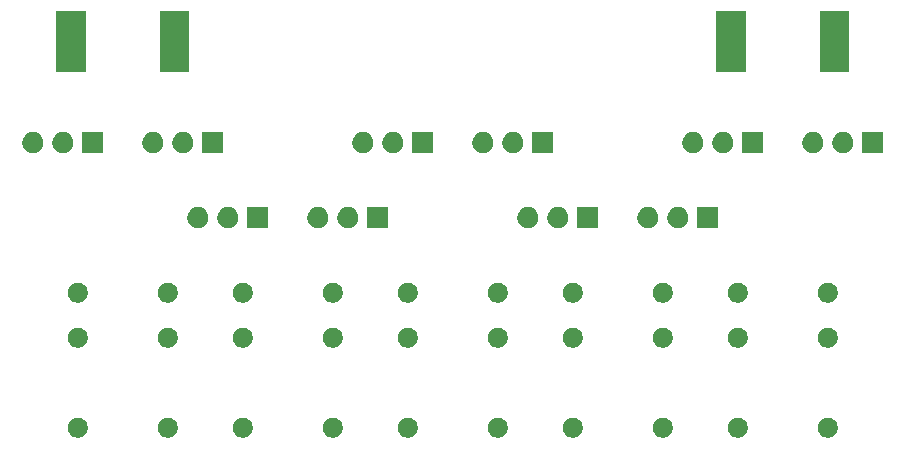
<source format=gbr>
G04 #@! TF.GenerationSoftware,KiCad,Pcbnew,(5.1.5-0)*
G04 #@! TF.CreationDate,2020-04-02T18:54:50-07:00*
G04 #@! TF.ProjectId,Attenuator,41747465-6e75-4617-946f-722e6b696361,rev?*
G04 #@! TF.SameCoordinates,Original*
G04 #@! TF.FileFunction,Soldermask,Bot*
G04 #@! TF.FilePolarity,Negative*
%FSLAX46Y46*%
G04 Gerber Fmt 4.6, Leading zero omitted, Abs format (unit mm)*
G04 Created by KiCad (PCBNEW (5.1.5-0)) date 2020-04-02 18:54:50*
%MOMM*%
%LPD*%
G04 APERTURE LIST*
%ADD10C,0.100000*%
G04 APERTURE END LIST*
D10*
G36*
X150108228Y-85541703D02*
G01*
X150263100Y-85605853D01*
X150402481Y-85698985D01*
X150521015Y-85817519D01*
X150614147Y-85956900D01*
X150678297Y-86111772D01*
X150711000Y-86276184D01*
X150711000Y-86443816D01*
X150678297Y-86608228D01*
X150614147Y-86763100D01*
X150521015Y-86902481D01*
X150402481Y-87021015D01*
X150263100Y-87114147D01*
X150108228Y-87178297D01*
X149943816Y-87211000D01*
X149776184Y-87211000D01*
X149611772Y-87178297D01*
X149456900Y-87114147D01*
X149317519Y-87021015D01*
X149198985Y-86902481D01*
X149105853Y-86763100D01*
X149041703Y-86608228D01*
X149009000Y-86443816D01*
X149009000Y-86276184D01*
X149041703Y-86111772D01*
X149105853Y-85956900D01*
X149198985Y-85817519D01*
X149317519Y-85698985D01*
X149456900Y-85605853D01*
X149611772Y-85541703D01*
X149776184Y-85509000D01*
X149943816Y-85509000D01*
X150108228Y-85541703D01*
G37*
G36*
X142488228Y-85541703D02*
G01*
X142643100Y-85605853D01*
X142782481Y-85698985D01*
X142901015Y-85817519D01*
X142994147Y-85956900D01*
X143058297Y-86111772D01*
X143091000Y-86276184D01*
X143091000Y-86443816D01*
X143058297Y-86608228D01*
X142994147Y-86763100D01*
X142901015Y-86902481D01*
X142782481Y-87021015D01*
X142643100Y-87114147D01*
X142488228Y-87178297D01*
X142323816Y-87211000D01*
X142156184Y-87211000D01*
X141991772Y-87178297D01*
X141836900Y-87114147D01*
X141697519Y-87021015D01*
X141578985Y-86902481D01*
X141485853Y-86763100D01*
X141421703Y-86608228D01*
X141389000Y-86443816D01*
X141389000Y-86276184D01*
X141421703Y-86111772D01*
X141485853Y-85956900D01*
X141578985Y-85817519D01*
X141697519Y-85698985D01*
X141836900Y-85605853D01*
X141991772Y-85541703D01*
X142156184Y-85509000D01*
X142323816Y-85509000D01*
X142488228Y-85541703D01*
G37*
G36*
X136138228Y-85541703D02*
G01*
X136293100Y-85605853D01*
X136432481Y-85698985D01*
X136551015Y-85817519D01*
X136644147Y-85956900D01*
X136708297Y-86111772D01*
X136741000Y-86276184D01*
X136741000Y-86443816D01*
X136708297Y-86608228D01*
X136644147Y-86763100D01*
X136551015Y-86902481D01*
X136432481Y-87021015D01*
X136293100Y-87114147D01*
X136138228Y-87178297D01*
X135973816Y-87211000D01*
X135806184Y-87211000D01*
X135641772Y-87178297D01*
X135486900Y-87114147D01*
X135347519Y-87021015D01*
X135228985Y-86902481D01*
X135135853Y-86763100D01*
X135071703Y-86608228D01*
X135039000Y-86443816D01*
X135039000Y-86276184D01*
X135071703Y-86111772D01*
X135135853Y-85956900D01*
X135228985Y-85817519D01*
X135347519Y-85698985D01*
X135486900Y-85605853D01*
X135641772Y-85541703D01*
X135806184Y-85509000D01*
X135973816Y-85509000D01*
X136138228Y-85541703D01*
G37*
G36*
X128518228Y-85541703D02*
G01*
X128673100Y-85605853D01*
X128812481Y-85698985D01*
X128931015Y-85817519D01*
X129024147Y-85956900D01*
X129088297Y-86111772D01*
X129121000Y-86276184D01*
X129121000Y-86443816D01*
X129088297Y-86608228D01*
X129024147Y-86763100D01*
X128931015Y-86902481D01*
X128812481Y-87021015D01*
X128673100Y-87114147D01*
X128518228Y-87178297D01*
X128353816Y-87211000D01*
X128186184Y-87211000D01*
X128021772Y-87178297D01*
X127866900Y-87114147D01*
X127727519Y-87021015D01*
X127608985Y-86902481D01*
X127515853Y-86763100D01*
X127451703Y-86608228D01*
X127419000Y-86443816D01*
X127419000Y-86276184D01*
X127451703Y-86111772D01*
X127515853Y-85956900D01*
X127608985Y-85817519D01*
X127727519Y-85698985D01*
X127866900Y-85605853D01*
X128021772Y-85541703D01*
X128186184Y-85509000D01*
X128353816Y-85509000D01*
X128518228Y-85541703D01*
G37*
G36*
X122168228Y-85541703D02*
G01*
X122323100Y-85605853D01*
X122462481Y-85698985D01*
X122581015Y-85817519D01*
X122674147Y-85956900D01*
X122738297Y-86111772D01*
X122771000Y-86276184D01*
X122771000Y-86443816D01*
X122738297Y-86608228D01*
X122674147Y-86763100D01*
X122581015Y-86902481D01*
X122462481Y-87021015D01*
X122323100Y-87114147D01*
X122168228Y-87178297D01*
X122003816Y-87211000D01*
X121836184Y-87211000D01*
X121671772Y-87178297D01*
X121516900Y-87114147D01*
X121377519Y-87021015D01*
X121258985Y-86902481D01*
X121165853Y-86763100D01*
X121101703Y-86608228D01*
X121069000Y-86443816D01*
X121069000Y-86276184D01*
X121101703Y-86111772D01*
X121165853Y-85956900D01*
X121258985Y-85817519D01*
X121377519Y-85698985D01*
X121516900Y-85605853D01*
X121671772Y-85541703D01*
X121836184Y-85509000D01*
X122003816Y-85509000D01*
X122168228Y-85541703D01*
G37*
G36*
X114548228Y-85541703D02*
G01*
X114703100Y-85605853D01*
X114842481Y-85698985D01*
X114961015Y-85817519D01*
X115054147Y-85956900D01*
X115118297Y-86111772D01*
X115151000Y-86276184D01*
X115151000Y-86443816D01*
X115118297Y-86608228D01*
X115054147Y-86763100D01*
X114961015Y-86902481D01*
X114842481Y-87021015D01*
X114703100Y-87114147D01*
X114548228Y-87178297D01*
X114383816Y-87211000D01*
X114216184Y-87211000D01*
X114051772Y-87178297D01*
X113896900Y-87114147D01*
X113757519Y-87021015D01*
X113638985Y-86902481D01*
X113545853Y-86763100D01*
X113481703Y-86608228D01*
X113449000Y-86443816D01*
X113449000Y-86276184D01*
X113481703Y-86111772D01*
X113545853Y-85956900D01*
X113638985Y-85817519D01*
X113757519Y-85698985D01*
X113896900Y-85605853D01*
X114051772Y-85541703D01*
X114216184Y-85509000D01*
X114383816Y-85509000D01*
X114548228Y-85541703D01*
G37*
G36*
X108198228Y-85541703D02*
G01*
X108353100Y-85605853D01*
X108492481Y-85698985D01*
X108611015Y-85817519D01*
X108704147Y-85956900D01*
X108768297Y-86111772D01*
X108801000Y-86276184D01*
X108801000Y-86443816D01*
X108768297Y-86608228D01*
X108704147Y-86763100D01*
X108611015Y-86902481D01*
X108492481Y-87021015D01*
X108353100Y-87114147D01*
X108198228Y-87178297D01*
X108033816Y-87211000D01*
X107866184Y-87211000D01*
X107701772Y-87178297D01*
X107546900Y-87114147D01*
X107407519Y-87021015D01*
X107288985Y-86902481D01*
X107195853Y-86763100D01*
X107131703Y-86608228D01*
X107099000Y-86443816D01*
X107099000Y-86276184D01*
X107131703Y-86111772D01*
X107195853Y-85956900D01*
X107288985Y-85817519D01*
X107407519Y-85698985D01*
X107546900Y-85605853D01*
X107701772Y-85541703D01*
X107866184Y-85509000D01*
X108033816Y-85509000D01*
X108198228Y-85541703D01*
G37*
G36*
X100578228Y-85541703D02*
G01*
X100733100Y-85605853D01*
X100872481Y-85698985D01*
X100991015Y-85817519D01*
X101084147Y-85956900D01*
X101148297Y-86111772D01*
X101181000Y-86276184D01*
X101181000Y-86443816D01*
X101148297Y-86608228D01*
X101084147Y-86763100D01*
X100991015Y-86902481D01*
X100872481Y-87021015D01*
X100733100Y-87114147D01*
X100578228Y-87178297D01*
X100413816Y-87211000D01*
X100246184Y-87211000D01*
X100081772Y-87178297D01*
X99926900Y-87114147D01*
X99787519Y-87021015D01*
X99668985Y-86902481D01*
X99575853Y-86763100D01*
X99511703Y-86608228D01*
X99479000Y-86443816D01*
X99479000Y-86276184D01*
X99511703Y-86111772D01*
X99575853Y-85956900D01*
X99668985Y-85817519D01*
X99787519Y-85698985D01*
X99926900Y-85605853D01*
X100081772Y-85541703D01*
X100246184Y-85509000D01*
X100413816Y-85509000D01*
X100578228Y-85541703D01*
G37*
G36*
X94228228Y-85541703D02*
G01*
X94383100Y-85605853D01*
X94522481Y-85698985D01*
X94641015Y-85817519D01*
X94734147Y-85956900D01*
X94798297Y-86111772D01*
X94831000Y-86276184D01*
X94831000Y-86443816D01*
X94798297Y-86608228D01*
X94734147Y-86763100D01*
X94641015Y-86902481D01*
X94522481Y-87021015D01*
X94383100Y-87114147D01*
X94228228Y-87178297D01*
X94063816Y-87211000D01*
X93896184Y-87211000D01*
X93731772Y-87178297D01*
X93576900Y-87114147D01*
X93437519Y-87021015D01*
X93318985Y-86902481D01*
X93225853Y-86763100D01*
X93161703Y-86608228D01*
X93129000Y-86443816D01*
X93129000Y-86276184D01*
X93161703Y-86111772D01*
X93225853Y-85956900D01*
X93318985Y-85817519D01*
X93437519Y-85698985D01*
X93576900Y-85605853D01*
X93731772Y-85541703D01*
X93896184Y-85509000D01*
X94063816Y-85509000D01*
X94228228Y-85541703D01*
G37*
G36*
X86608228Y-85541703D02*
G01*
X86763100Y-85605853D01*
X86902481Y-85698985D01*
X87021015Y-85817519D01*
X87114147Y-85956900D01*
X87178297Y-86111772D01*
X87211000Y-86276184D01*
X87211000Y-86443816D01*
X87178297Y-86608228D01*
X87114147Y-86763100D01*
X87021015Y-86902481D01*
X86902481Y-87021015D01*
X86763100Y-87114147D01*
X86608228Y-87178297D01*
X86443816Y-87211000D01*
X86276184Y-87211000D01*
X86111772Y-87178297D01*
X85956900Y-87114147D01*
X85817519Y-87021015D01*
X85698985Y-86902481D01*
X85605853Y-86763100D01*
X85541703Y-86608228D01*
X85509000Y-86443816D01*
X85509000Y-86276184D01*
X85541703Y-86111772D01*
X85605853Y-85956900D01*
X85698985Y-85817519D01*
X85817519Y-85698985D01*
X85956900Y-85605853D01*
X86111772Y-85541703D01*
X86276184Y-85509000D01*
X86443816Y-85509000D01*
X86608228Y-85541703D01*
G37*
G36*
X150108228Y-77921703D02*
G01*
X150263100Y-77985853D01*
X150402481Y-78078985D01*
X150521015Y-78197519D01*
X150614147Y-78336900D01*
X150678297Y-78491772D01*
X150711000Y-78656184D01*
X150711000Y-78823816D01*
X150678297Y-78988228D01*
X150614147Y-79143100D01*
X150521015Y-79282481D01*
X150402481Y-79401015D01*
X150263100Y-79494147D01*
X150108228Y-79558297D01*
X149943816Y-79591000D01*
X149776184Y-79591000D01*
X149611772Y-79558297D01*
X149456900Y-79494147D01*
X149317519Y-79401015D01*
X149198985Y-79282481D01*
X149105853Y-79143100D01*
X149041703Y-78988228D01*
X149009000Y-78823816D01*
X149009000Y-78656184D01*
X149041703Y-78491772D01*
X149105853Y-78336900D01*
X149198985Y-78197519D01*
X149317519Y-78078985D01*
X149456900Y-77985853D01*
X149611772Y-77921703D01*
X149776184Y-77889000D01*
X149943816Y-77889000D01*
X150108228Y-77921703D01*
G37*
G36*
X100578228Y-77921703D02*
G01*
X100733100Y-77985853D01*
X100872481Y-78078985D01*
X100991015Y-78197519D01*
X101084147Y-78336900D01*
X101148297Y-78491772D01*
X101181000Y-78656184D01*
X101181000Y-78823816D01*
X101148297Y-78988228D01*
X101084147Y-79143100D01*
X100991015Y-79282481D01*
X100872481Y-79401015D01*
X100733100Y-79494147D01*
X100578228Y-79558297D01*
X100413816Y-79591000D01*
X100246184Y-79591000D01*
X100081772Y-79558297D01*
X99926900Y-79494147D01*
X99787519Y-79401015D01*
X99668985Y-79282481D01*
X99575853Y-79143100D01*
X99511703Y-78988228D01*
X99479000Y-78823816D01*
X99479000Y-78656184D01*
X99511703Y-78491772D01*
X99575853Y-78336900D01*
X99668985Y-78197519D01*
X99787519Y-78078985D01*
X99926900Y-77985853D01*
X100081772Y-77921703D01*
X100246184Y-77889000D01*
X100413816Y-77889000D01*
X100578228Y-77921703D01*
G37*
G36*
X142488228Y-77921703D02*
G01*
X142643100Y-77985853D01*
X142782481Y-78078985D01*
X142901015Y-78197519D01*
X142994147Y-78336900D01*
X143058297Y-78491772D01*
X143091000Y-78656184D01*
X143091000Y-78823816D01*
X143058297Y-78988228D01*
X142994147Y-79143100D01*
X142901015Y-79282481D01*
X142782481Y-79401015D01*
X142643100Y-79494147D01*
X142488228Y-79558297D01*
X142323816Y-79591000D01*
X142156184Y-79591000D01*
X141991772Y-79558297D01*
X141836900Y-79494147D01*
X141697519Y-79401015D01*
X141578985Y-79282481D01*
X141485853Y-79143100D01*
X141421703Y-78988228D01*
X141389000Y-78823816D01*
X141389000Y-78656184D01*
X141421703Y-78491772D01*
X141485853Y-78336900D01*
X141578985Y-78197519D01*
X141697519Y-78078985D01*
X141836900Y-77985853D01*
X141991772Y-77921703D01*
X142156184Y-77889000D01*
X142323816Y-77889000D01*
X142488228Y-77921703D01*
G37*
G36*
X136138228Y-77921703D02*
G01*
X136293100Y-77985853D01*
X136432481Y-78078985D01*
X136551015Y-78197519D01*
X136644147Y-78336900D01*
X136708297Y-78491772D01*
X136741000Y-78656184D01*
X136741000Y-78823816D01*
X136708297Y-78988228D01*
X136644147Y-79143100D01*
X136551015Y-79282481D01*
X136432481Y-79401015D01*
X136293100Y-79494147D01*
X136138228Y-79558297D01*
X135973816Y-79591000D01*
X135806184Y-79591000D01*
X135641772Y-79558297D01*
X135486900Y-79494147D01*
X135347519Y-79401015D01*
X135228985Y-79282481D01*
X135135853Y-79143100D01*
X135071703Y-78988228D01*
X135039000Y-78823816D01*
X135039000Y-78656184D01*
X135071703Y-78491772D01*
X135135853Y-78336900D01*
X135228985Y-78197519D01*
X135347519Y-78078985D01*
X135486900Y-77985853D01*
X135641772Y-77921703D01*
X135806184Y-77889000D01*
X135973816Y-77889000D01*
X136138228Y-77921703D01*
G37*
G36*
X128518228Y-77921703D02*
G01*
X128673100Y-77985853D01*
X128812481Y-78078985D01*
X128931015Y-78197519D01*
X129024147Y-78336900D01*
X129088297Y-78491772D01*
X129121000Y-78656184D01*
X129121000Y-78823816D01*
X129088297Y-78988228D01*
X129024147Y-79143100D01*
X128931015Y-79282481D01*
X128812481Y-79401015D01*
X128673100Y-79494147D01*
X128518228Y-79558297D01*
X128353816Y-79591000D01*
X128186184Y-79591000D01*
X128021772Y-79558297D01*
X127866900Y-79494147D01*
X127727519Y-79401015D01*
X127608985Y-79282481D01*
X127515853Y-79143100D01*
X127451703Y-78988228D01*
X127419000Y-78823816D01*
X127419000Y-78656184D01*
X127451703Y-78491772D01*
X127515853Y-78336900D01*
X127608985Y-78197519D01*
X127727519Y-78078985D01*
X127866900Y-77985853D01*
X128021772Y-77921703D01*
X128186184Y-77889000D01*
X128353816Y-77889000D01*
X128518228Y-77921703D01*
G37*
G36*
X122168228Y-77921703D02*
G01*
X122323100Y-77985853D01*
X122462481Y-78078985D01*
X122581015Y-78197519D01*
X122674147Y-78336900D01*
X122738297Y-78491772D01*
X122771000Y-78656184D01*
X122771000Y-78823816D01*
X122738297Y-78988228D01*
X122674147Y-79143100D01*
X122581015Y-79282481D01*
X122462481Y-79401015D01*
X122323100Y-79494147D01*
X122168228Y-79558297D01*
X122003816Y-79591000D01*
X121836184Y-79591000D01*
X121671772Y-79558297D01*
X121516900Y-79494147D01*
X121377519Y-79401015D01*
X121258985Y-79282481D01*
X121165853Y-79143100D01*
X121101703Y-78988228D01*
X121069000Y-78823816D01*
X121069000Y-78656184D01*
X121101703Y-78491772D01*
X121165853Y-78336900D01*
X121258985Y-78197519D01*
X121377519Y-78078985D01*
X121516900Y-77985853D01*
X121671772Y-77921703D01*
X121836184Y-77889000D01*
X122003816Y-77889000D01*
X122168228Y-77921703D01*
G37*
G36*
X114548228Y-77921703D02*
G01*
X114703100Y-77985853D01*
X114842481Y-78078985D01*
X114961015Y-78197519D01*
X115054147Y-78336900D01*
X115118297Y-78491772D01*
X115151000Y-78656184D01*
X115151000Y-78823816D01*
X115118297Y-78988228D01*
X115054147Y-79143100D01*
X114961015Y-79282481D01*
X114842481Y-79401015D01*
X114703100Y-79494147D01*
X114548228Y-79558297D01*
X114383816Y-79591000D01*
X114216184Y-79591000D01*
X114051772Y-79558297D01*
X113896900Y-79494147D01*
X113757519Y-79401015D01*
X113638985Y-79282481D01*
X113545853Y-79143100D01*
X113481703Y-78988228D01*
X113449000Y-78823816D01*
X113449000Y-78656184D01*
X113481703Y-78491772D01*
X113545853Y-78336900D01*
X113638985Y-78197519D01*
X113757519Y-78078985D01*
X113896900Y-77985853D01*
X114051772Y-77921703D01*
X114216184Y-77889000D01*
X114383816Y-77889000D01*
X114548228Y-77921703D01*
G37*
G36*
X108198228Y-77921703D02*
G01*
X108353100Y-77985853D01*
X108492481Y-78078985D01*
X108611015Y-78197519D01*
X108704147Y-78336900D01*
X108768297Y-78491772D01*
X108801000Y-78656184D01*
X108801000Y-78823816D01*
X108768297Y-78988228D01*
X108704147Y-79143100D01*
X108611015Y-79282481D01*
X108492481Y-79401015D01*
X108353100Y-79494147D01*
X108198228Y-79558297D01*
X108033816Y-79591000D01*
X107866184Y-79591000D01*
X107701772Y-79558297D01*
X107546900Y-79494147D01*
X107407519Y-79401015D01*
X107288985Y-79282481D01*
X107195853Y-79143100D01*
X107131703Y-78988228D01*
X107099000Y-78823816D01*
X107099000Y-78656184D01*
X107131703Y-78491772D01*
X107195853Y-78336900D01*
X107288985Y-78197519D01*
X107407519Y-78078985D01*
X107546900Y-77985853D01*
X107701772Y-77921703D01*
X107866184Y-77889000D01*
X108033816Y-77889000D01*
X108198228Y-77921703D01*
G37*
G36*
X94228228Y-77921703D02*
G01*
X94383100Y-77985853D01*
X94522481Y-78078985D01*
X94641015Y-78197519D01*
X94734147Y-78336900D01*
X94798297Y-78491772D01*
X94831000Y-78656184D01*
X94831000Y-78823816D01*
X94798297Y-78988228D01*
X94734147Y-79143100D01*
X94641015Y-79282481D01*
X94522481Y-79401015D01*
X94383100Y-79494147D01*
X94228228Y-79558297D01*
X94063816Y-79591000D01*
X93896184Y-79591000D01*
X93731772Y-79558297D01*
X93576900Y-79494147D01*
X93437519Y-79401015D01*
X93318985Y-79282481D01*
X93225853Y-79143100D01*
X93161703Y-78988228D01*
X93129000Y-78823816D01*
X93129000Y-78656184D01*
X93161703Y-78491772D01*
X93225853Y-78336900D01*
X93318985Y-78197519D01*
X93437519Y-78078985D01*
X93576900Y-77985853D01*
X93731772Y-77921703D01*
X93896184Y-77889000D01*
X94063816Y-77889000D01*
X94228228Y-77921703D01*
G37*
G36*
X86608228Y-77921703D02*
G01*
X86763100Y-77985853D01*
X86902481Y-78078985D01*
X87021015Y-78197519D01*
X87114147Y-78336900D01*
X87178297Y-78491772D01*
X87211000Y-78656184D01*
X87211000Y-78823816D01*
X87178297Y-78988228D01*
X87114147Y-79143100D01*
X87021015Y-79282481D01*
X86902481Y-79401015D01*
X86763100Y-79494147D01*
X86608228Y-79558297D01*
X86443816Y-79591000D01*
X86276184Y-79591000D01*
X86111772Y-79558297D01*
X85956900Y-79494147D01*
X85817519Y-79401015D01*
X85698985Y-79282481D01*
X85605853Y-79143100D01*
X85541703Y-78988228D01*
X85509000Y-78823816D01*
X85509000Y-78656184D01*
X85541703Y-78491772D01*
X85605853Y-78336900D01*
X85698985Y-78197519D01*
X85817519Y-78078985D01*
X85956900Y-77985853D01*
X86111772Y-77921703D01*
X86276184Y-77889000D01*
X86443816Y-77889000D01*
X86608228Y-77921703D01*
G37*
G36*
X142488228Y-74111703D02*
G01*
X142643100Y-74175853D01*
X142782481Y-74268985D01*
X142901015Y-74387519D01*
X142994147Y-74526900D01*
X143058297Y-74681772D01*
X143091000Y-74846184D01*
X143091000Y-75013816D01*
X143058297Y-75178228D01*
X142994147Y-75333100D01*
X142901015Y-75472481D01*
X142782481Y-75591015D01*
X142643100Y-75684147D01*
X142488228Y-75748297D01*
X142323816Y-75781000D01*
X142156184Y-75781000D01*
X141991772Y-75748297D01*
X141836900Y-75684147D01*
X141697519Y-75591015D01*
X141578985Y-75472481D01*
X141485853Y-75333100D01*
X141421703Y-75178228D01*
X141389000Y-75013816D01*
X141389000Y-74846184D01*
X141421703Y-74681772D01*
X141485853Y-74526900D01*
X141578985Y-74387519D01*
X141697519Y-74268985D01*
X141836900Y-74175853D01*
X141991772Y-74111703D01*
X142156184Y-74079000D01*
X142323816Y-74079000D01*
X142488228Y-74111703D01*
G37*
G36*
X122168228Y-74111703D02*
G01*
X122323100Y-74175853D01*
X122462481Y-74268985D01*
X122581015Y-74387519D01*
X122674147Y-74526900D01*
X122738297Y-74681772D01*
X122771000Y-74846184D01*
X122771000Y-75013816D01*
X122738297Y-75178228D01*
X122674147Y-75333100D01*
X122581015Y-75472481D01*
X122462481Y-75591015D01*
X122323100Y-75684147D01*
X122168228Y-75748297D01*
X122003816Y-75781000D01*
X121836184Y-75781000D01*
X121671772Y-75748297D01*
X121516900Y-75684147D01*
X121377519Y-75591015D01*
X121258985Y-75472481D01*
X121165853Y-75333100D01*
X121101703Y-75178228D01*
X121069000Y-75013816D01*
X121069000Y-74846184D01*
X121101703Y-74681772D01*
X121165853Y-74526900D01*
X121258985Y-74387519D01*
X121377519Y-74268985D01*
X121516900Y-74175853D01*
X121671772Y-74111703D01*
X121836184Y-74079000D01*
X122003816Y-74079000D01*
X122168228Y-74111703D01*
G37*
G36*
X150108228Y-74111703D02*
G01*
X150263100Y-74175853D01*
X150402481Y-74268985D01*
X150521015Y-74387519D01*
X150614147Y-74526900D01*
X150678297Y-74681772D01*
X150711000Y-74846184D01*
X150711000Y-75013816D01*
X150678297Y-75178228D01*
X150614147Y-75333100D01*
X150521015Y-75472481D01*
X150402481Y-75591015D01*
X150263100Y-75684147D01*
X150108228Y-75748297D01*
X149943816Y-75781000D01*
X149776184Y-75781000D01*
X149611772Y-75748297D01*
X149456900Y-75684147D01*
X149317519Y-75591015D01*
X149198985Y-75472481D01*
X149105853Y-75333100D01*
X149041703Y-75178228D01*
X149009000Y-75013816D01*
X149009000Y-74846184D01*
X149041703Y-74681772D01*
X149105853Y-74526900D01*
X149198985Y-74387519D01*
X149317519Y-74268985D01*
X149456900Y-74175853D01*
X149611772Y-74111703D01*
X149776184Y-74079000D01*
X149943816Y-74079000D01*
X150108228Y-74111703D01*
G37*
G36*
X136138228Y-74111703D02*
G01*
X136293100Y-74175853D01*
X136432481Y-74268985D01*
X136551015Y-74387519D01*
X136644147Y-74526900D01*
X136708297Y-74681772D01*
X136741000Y-74846184D01*
X136741000Y-75013816D01*
X136708297Y-75178228D01*
X136644147Y-75333100D01*
X136551015Y-75472481D01*
X136432481Y-75591015D01*
X136293100Y-75684147D01*
X136138228Y-75748297D01*
X135973816Y-75781000D01*
X135806184Y-75781000D01*
X135641772Y-75748297D01*
X135486900Y-75684147D01*
X135347519Y-75591015D01*
X135228985Y-75472481D01*
X135135853Y-75333100D01*
X135071703Y-75178228D01*
X135039000Y-75013816D01*
X135039000Y-74846184D01*
X135071703Y-74681772D01*
X135135853Y-74526900D01*
X135228985Y-74387519D01*
X135347519Y-74268985D01*
X135486900Y-74175853D01*
X135641772Y-74111703D01*
X135806184Y-74079000D01*
X135973816Y-74079000D01*
X136138228Y-74111703D01*
G37*
G36*
X128518228Y-74111703D02*
G01*
X128673100Y-74175853D01*
X128812481Y-74268985D01*
X128931015Y-74387519D01*
X129024147Y-74526900D01*
X129088297Y-74681772D01*
X129121000Y-74846184D01*
X129121000Y-75013816D01*
X129088297Y-75178228D01*
X129024147Y-75333100D01*
X128931015Y-75472481D01*
X128812481Y-75591015D01*
X128673100Y-75684147D01*
X128518228Y-75748297D01*
X128353816Y-75781000D01*
X128186184Y-75781000D01*
X128021772Y-75748297D01*
X127866900Y-75684147D01*
X127727519Y-75591015D01*
X127608985Y-75472481D01*
X127515853Y-75333100D01*
X127451703Y-75178228D01*
X127419000Y-75013816D01*
X127419000Y-74846184D01*
X127451703Y-74681772D01*
X127515853Y-74526900D01*
X127608985Y-74387519D01*
X127727519Y-74268985D01*
X127866900Y-74175853D01*
X128021772Y-74111703D01*
X128186184Y-74079000D01*
X128353816Y-74079000D01*
X128518228Y-74111703D01*
G37*
G36*
X114548228Y-74111703D02*
G01*
X114703100Y-74175853D01*
X114842481Y-74268985D01*
X114961015Y-74387519D01*
X115054147Y-74526900D01*
X115118297Y-74681772D01*
X115151000Y-74846184D01*
X115151000Y-75013816D01*
X115118297Y-75178228D01*
X115054147Y-75333100D01*
X114961015Y-75472481D01*
X114842481Y-75591015D01*
X114703100Y-75684147D01*
X114548228Y-75748297D01*
X114383816Y-75781000D01*
X114216184Y-75781000D01*
X114051772Y-75748297D01*
X113896900Y-75684147D01*
X113757519Y-75591015D01*
X113638985Y-75472481D01*
X113545853Y-75333100D01*
X113481703Y-75178228D01*
X113449000Y-75013816D01*
X113449000Y-74846184D01*
X113481703Y-74681772D01*
X113545853Y-74526900D01*
X113638985Y-74387519D01*
X113757519Y-74268985D01*
X113896900Y-74175853D01*
X114051772Y-74111703D01*
X114216184Y-74079000D01*
X114383816Y-74079000D01*
X114548228Y-74111703D01*
G37*
G36*
X108198228Y-74111703D02*
G01*
X108353100Y-74175853D01*
X108492481Y-74268985D01*
X108611015Y-74387519D01*
X108704147Y-74526900D01*
X108768297Y-74681772D01*
X108801000Y-74846184D01*
X108801000Y-75013816D01*
X108768297Y-75178228D01*
X108704147Y-75333100D01*
X108611015Y-75472481D01*
X108492481Y-75591015D01*
X108353100Y-75684147D01*
X108198228Y-75748297D01*
X108033816Y-75781000D01*
X107866184Y-75781000D01*
X107701772Y-75748297D01*
X107546900Y-75684147D01*
X107407519Y-75591015D01*
X107288985Y-75472481D01*
X107195853Y-75333100D01*
X107131703Y-75178228D01*
X107099000Y-75013816D01*
X107099000Y-74846184D01*
X107131703Y-74681772D01*
X107195853Y-74526900D01*
X107288985Y-74387519D01*
X107407519Y-74268985D01*
X107546900Y-74175853D01*
X107701772Y-74111703D01*
X107866184Y-74079000D01*
X108033816Y-74079000D01*
X108198228Y-74111703D01*
G37*
G36*
X100578228Y-74111703D02*
G01*
X100733100Y-74175853D01*
X100872481Y-74268985D01*
X100991015Y-74387519D01*
X101084147Y-74526900D01*
X101148297Y-74681772D01*
X101181000Y-74846184D01*
X101181000Y-75013816D01*
X101148297Y-75178228D01*
X101084147Y-75333100D01*
X100991015Y-75472481D01*
X100872481Y-75591015D01*
X100733100Y-75684147D01*
X100578228Y-75748297D01*
X100413816Y-75781000D01*
X100246184Y-75781000D01*
X100081772Y-75748297D01*
X99926900Y-75684147D01*
X99787519Y-75591015D01*
X99668985Y-75472481D01*
X99575853Y-75333100D01*
X99511703Y-75178228D01*
X99479000Y-75013816D01*
X99479000Y-74846184D01*
X99511703Y-74681772D01*
X99575853Y-74526900D01*
X99668985Y-74387519D01*
X99787519Y-74268985D01*
X99926900Y-74175853D01*
X100081772Y-74111703D01*
X100246184Y-74079000D01*
X100413816Y-74079000D01*
X100578228Y-74111703D01*
G37*
G36*
X94228228Y-74111703D02*
G01*
X94383100Y-74175853D01*
X94522481Y-74268985D01*
X94641015Y-74387519D01*
X94734147Y-74526900D01*
X94798297Y-74681772D01*
X94831000Y-74846184D01*
X94831000Y-75013816D01*
X94798297Y-75178228D01*
X94734147Y-75333100D01*
X94641015Y-75472481D01*
X94522481Y-75591015D01*
X94383100Y-75684147D01*
X94228228Y-75748297D01*
X94063816Y-75781000D01*
X93896184Y-75781000D01*
X93731772Y-75748297D01*
X93576900Y-75684147D01*
X93437519Y-75591015D01*
X93318985Y-75472481D01*
X93225853Y-75333100D01*
X93161703Y-75178228D01*
X93129000Y-75013816D01*
X93129000Y-74846184D01*
X93161703Y-74681772D01*
X93225853Y-74526900D01*
X93318985Y-74387519D01*
X93437519Y-74268985D01*
X93576900Y-74175853D01*
X93731772Y-74111703D01*
X93896184Y-74079000D01*
X94063816Y-74079000D01*
X94228228Y-74111703D01*
G37*
G36*
X86608228Y-74111703D02*
G01*
X86763100Y-74175853D01*
X86902481Y-74268985D01*
X87021015Y-74387519D01*
X87114147Y-74526900D01*
X87178297Y-74681772D01*
X87211000Y-74846184D01*
X87211000Y-75013816D01*
X87178297Y-75178228D01*
X87114147Y-75333100D01*
X87021015Y-75472481D01*
X86902481Y-75591015D01*
X86763100Y-75684147D01*
X86608228Y-75748297D01*
X86443816Y-75781000D01*
X86276184Y-75781000D01*
X86111772Y-75748297D01*
X85956900Y-75684147D01*
X85817519Y-75591015D01*
X85698985Y-75472481D01*
X85605853Y-75333100D01*
X85541703Y-75178228D01*
X85509000Y-75013816D01*
X85509000Y-74846184D01*
X85541703Y-74681772D01*
X85605853Y-74526900D01*
X85698985Y-74387519D01*
X85817519Y-74268985D01*
X85956900Y-74175853D01*
X86111772Y-74111703D01*
X86276184Y-74079000D01*
X86443816Y-74079000D01*
X86608228Y-74111703D01*
G37*
G36*
X96633512Y-67683927D02*
G01*
X96782812Y-67713624D01*
X96946784Y-67781544D01*
X97094354Y-67880147D01*
X97219853Y-68005646D01*
X97318456Y-68153216D01*
X97386376Y-68317188D01*
X97421000Y-68491259D01*
X97421000Y-68668741D01*
X97386376Y-68842812D01*
X97318456Y-69006784D01*
X97219853Y-69154354D01*
X97094354Y-69279853D01*
X96946784Y-69378456D01*
X96782812Y-69446376D01*
X96633512Y-69476073D01*
X96608742Y-69481000D01*
X96431258Y-69481000D01*
X96406488Y-69476073D01*
X96257188Y-69446376D01*
X96093216Y-69378456D01*
X95945646Y-69279853D01*
X95820147Y-69154354D01*
X95721544Y-69006784D01*
X95653624Y-68842812D01*
X95619000Y-68668741D01*
X95619000Y-68491259D01*
X95653624Y-68317188D01*
X95721544Y-68153216D01*
X95820147Y-68005646D01*
X95945646Y-67880147D01*
X96093216Y-67781544D01*
X96257188Y-67713624D01*
X96406488Y-67683927D01*
X96431258Y-67679000D01*
X96608742Y-67679000D01*
X96633512Y-67683927D01*
G37*
G36*
X134733512Y-67683927D02*
G01*
X134882812Y-67713624D01*
X135046784Y-67781544D01*
X135194354Y-67880147D01*
X135319853Y-68005646D01*
X135418456Y-68153216D01*
X135486376Y-68317188D01*
X135521000Y-68491259D01*
X135521000Y-68668741D01*
X135486376Y-68842812D01*
X135418456Y-69006784D01*
X135319853Y-69154354D01*
X135194354Y-69279853D01*
X135046784Y-69378456D01*
X134882812Y-69446376D01*
X134733512Y-69476073D01*
X134708742Y-69481000D01*
X134531258Y-69481000D01*
X134506488Y-69476073D01*
X134357188Y-69446376D01*
X134193216Y-69378456D01*
X134045646Y-69279853D01*
X133920147Y-69154354D01*
X133821544Y-69006784D01*
X133753624Y-68842812D01*
X133719000Y-68668741D01*
X133719000Y-68491259D01*
X133753624Y-68317188D01*
X133821544Y-68153216D01*
X133920147Y-68005646D01*
X134045646Y-67880147D01*
X134193216Y-67781544D01*
X134357188Y-67713624D01*
X134506488Y-67683927D01*
X134531258Y-67679000D01*
X134708742Y-67679000D01*
X134733512Y-67683927D01*
G37*
G36*
X137273512Y-67683927D02*
G01*
X137422812Y-67713624D01*
X137586784Y-67781544D01*
X137734354Y-67880147D01*
X137859853Y-68005646D01*
X137958456Y-68153216D01*
X138026376Y-68317188D01*
X138061000Y-68491259D01*
X138061000Y-68668741D01*
X138026376Y-68842812D01*
X137958456Y-69006784D01*
X137859853Y-69154354D01*
X137734354Y-69279853D01*
X137586784Y-69378456D01*
X137422812Y-69446376D01*
X137273512Y-69476073D01*
X137248742Y-69481000D01*
X137071258Y-69481000D01*
X137046488Y-69476073D01*
X136897188Y-69446376D01*
X136733216Y-69378456D01*
X136585646Y-69279853D01*
X136460147Y-69154354D01*
X136361544Y-69006784D01*
X136293624Y-68842812D01*
X136259000Y-68668741D01*
X136259000Y-68491259D01*
X136293624Y-68317188D01*
X136361544Y-68153216D01*
X136460147Y-68005646D01*
X136585646Y-67880147D01*
X136733216Y-67781544D01*
X136897188Y-67713624D01*
X137046488Y-67683927D01*
X137071258Y-67679000D01*
X137248742Y-67679000D01*
X137273512Y-67683927D01*
G37*
G36*
X140601000Y-69481000D02*
G01*
X138799000Y-69481000D01*
X138799000Y-67679000D01*
X140601000Y-67679000D01*
X140601000Y-69481000D01*
G37*
G36*
X130441000Y-69481000D02*
G01*
X128639000Y-69481000D01*
X128639000Y-67679000D01*
X130441000Y-67679000D01*
X130441000Y-69481000D01*
G37*
G36*
X102501000Y-69481000D02*
G01*
X100699000Y-69481000D01*
X100699000Y-67679000D01*
X102501000Y-67679000D01*
X102501000Y-69481000D01*
G37*
G36*
X127113512Y-67683927D02*
G01*
X127262812Y-67713624D01*
X127426784Y-67781544D01*
X127574354Y-67880147D01*
X127699853Y-68005646D01*
X127798456Y-68153216D01*
X127866376Y-68317188D01*
X127901000Y-68491259D01*
X127901000Y-68668741D01*
X127866376Y-68842812D01*
X127798456Y-69006784D01*
X127699853Y-69154354D01*
X127574354Y-69279853D01*
X127426784Y-69378456D01*
X127262812Y-69446376D01*
X127113512Y-69476073D01*
X127088742Y-69481000D01*
X126911258Y-69481000D01*
X126886488Y-69476073D01*
X126737188Y-69446376D01*
X126573216Y-69378456D01*
X126425646Y-69279853D01*
X126300147Y-69154354D01*
X126201544Y-69006784D01*
X126133624Y-68842812D01*
X126099000Y-68668741D01*
X126099000Y-68491259D01*
X126133624Y-68317188D01*
X126201544Y-68153216D01*
X126300147Y-68005646D01*
X126425646Y-67880147D01*
X126573216Y-67781544D01*
X126737188Y-67713624D01*
X126886488Y-67683927D01*
X126911258Y-67679000D01*
X127088742Y-67679000D01*
X127113512Y-67683927D01*
G37*
G36*
X124573512Y-67683927D02*
G01*
X124722812Y-67713624D01*
X124886784Y-67781544D01*
X125034354Y-67880147D01*
X125159853Y-68005646D01*
X125258456Y-68153216D01*
X125326376Y-68317188D01*
X125361000Y-68491259D01*
X125361000Y-68668741D01*
X125326376Y-68842812D01*
X125258456Y-69006784D01*
X125159853Y-69154354D01*
X125034354Y-69279853D01*
X124886784Y-69378456D01*
X124722812Y-69446376D01*
X124573512Y-69476073D01*
X124548742Y-69481000D01*
X124371258Y-69481000D01*
X124346488Y-69476073D01*
X124197188Y-69446376D01*
X124033216Y-69378456D01*
X123885646Y-69279853D01*
X123760147Y-69154354D01*
X123661544Y-69006784D01*
X123593624Y-68842812D01*
X123559000Y-68668741D01*
X123559000Y-68491259D01*
X123593624Y-68317188D01*
X123661544Y-68153216D01*
X123760147Y-68005646D01*
X123885646Y-67880147D01*
X124033216Y-67781544D01*
X124197188Y-67713624D01*
X124346488Y-67683927D01*
X124371258Y-67679000D01*
X124548742Y-67679000D01*
X124573512Y-67683927D01*
G37*
G36*
X106793512Y-67683927D02*
G01*
X106942812Y-67713624D01*
X107106784Y-67781544D01*
X107254354Y-67880147D01*
X107379853Y-68005646D01*
X107478456Y-68153216D01*
X107546376Y-68317188D01*
X107581000Y-68491259D01*
X107581000Y-68668741D01*
X107546376Y-68842812D01*
X107478456Y-69006784D01*
X107379853Y-69154354D01*
X107254354Y-69279853D01*
X107106784Y-69378456D01*
X106942812Y-69446376D01*
X106793512Y-69476073D01*
X106768742Y-69481000D01*
X106591258Y-69481000D01*
X106566488Y-69476073D01*
X106417188Y-69446376D01*
X106253216Y-69378456D01*
X106105646Y-69279853D01*
X105980147Y-69154354D01*
X105881544Y-69006784D01*
X105813624Y-68842812D01*
X105779000Y-68668741D01*
X105779000Y-68491259D01*
X105813624Y-68317188D01*
X105881544Y-68153216D01*
X105980147Y-68005646D01*
X106105646Y-67880147D01*
X106253216Y-67781544D01*
X106417188Y-67713624D01*
X106566488Y-67683927D01*
X106591258Y-67679000D01*
X106768742Y-67679000D01*
X106793512Y-67683927D01*
G37*
G36*
X109333512Y-67683927D02*
G01*
X109482812Y-67713624D01*
X109646784Y-67781544D01*
X109794354Y-67880147D01*
X109919853Y-68005646D01*
X110018456Y-68153216D01*
X110086376Y-68317188D01*
X110121000Y-68491259D01*
X110121000Y-68668741D01*
X110086376Y-68842812D01*
X110018456Y-69006784D01*
X109919853Y-69154354D01*
X109794354Y-69279853D01*
X109646784Y-69378456D01*
X109482812Y-69446376D01*
X109333512Y-69476073D01*
X109308742Y-69481000D01*
X109131258Y-69481000D01*
X109106488Y-69476073D01*
X108957188Y-69446376D01*
X108793216Y-69378456D01*
X108645646Y-69279853D01*
X108520147Y-69154354D01*
X108421544Y-69006784D01*
X108353624Y-68842812D01*
X108319000Y-68668741D01*
X108319000Y-68491259D01*
X108353624Y-68317188D01*
X108421544Y-68153216D01*
X108520147Y-68005646D01*
X108645646Y-67880147D01*
X108793216Y-67781544D01*
X108957188Y-67713624D01*
X109106488Y-67683927D01*
X109131258Y-67679000D01*
X109308742Y-67679000D01*
X109333512Y-67683927D01*
G37*
G36*
X112661000Y-69481000D02*
G01*
X110859000Y-69481000D01*
X110859000Y-67679000D01*
X112661000Y-67679000D01*
X112661000Y-69481000D01*
G37*
G36*
X99173512Y-67683927D02*
G01*
X99322812Y-67713624D01*
X99486784Y-67781544D01*
X99634354Y-67880147D01*
X99759853Y-68005646D01*
X99858456Y-68153216D01*
X99926376Y-68317188D01*
X99961000Y-68491259D01*
X99961000Y-68668741D01*
X99926376Y-68842812D01*
X99858456Y-69006784D01*
X99759853Y-69154354D01*
X99634354Y-69279853D01*
X99486784Y-69378456D01*
X99322812Y-69446376D01*
X99173512Y-69476073D01*
X99148742Y-69481000D01*
X98971258Y-69481000D01*
X98946488Y-69476073D01*
X98797188Y-69446376D01*
X98633216Y-69378456D01*
X98485646Y-69279853D01*
X98360147Y-69154354D01*
X98261544Y-69006784D01*
X98193624Y-68842812D01*
X98159000Y-68668741D01*
X98159000Y-68491259D01*
X98193624Y-68317188D01*
X98261544Y-68153216D01*
X98360147Y-68005646D01*
X98485646Y-67880147D01*
X98633216Y-67781544D01*
X98797188Y-67713624D01*
X98946488Y-67683927D01*
X98971258Y-67679000D01*
X99148742Y-67679000D01*
X99173512Y-67683927D01*
G37*
G36*
X138543512Y-61333927D02*
G01*
X138692812Y-61363624D01*
X138856784Y-61431544D01*
X139004354Y-61530147D01*
X139129853Y-61655646D01*
X139228456Y-61803216D01*
X139296376Y-61967188D01*
X139331000Y-62141259D01*
X139331000Y-62318741D01*
X139296376Y-62492812D01*
X139228456Y-62656784D01*
X139129853Y-62804354D01*
X139004354Y-62929853D01*
X138856784Y-63028456D01*
X138692812Y-63096376D01*
X138543512Y-63126073D01*
X138518742Y-63131000D01*
X138341258Y-63131000D01*
X138316488Y-63126073D01*
X138167188Y-63096376D01*
X138003216Y-63028456D01*
X137855646Y-62929853D01*
X137730147Y-62804354D01*
X137631544Y-62656784D01*
X137563624Y-62492812D01*
X137529000Y-62318741D01*
X137529000Y-62141259D01*
X137563624Y-61967188D01*
X137631544Y-61803216D01*
X137730147Y-61655646D01*
X137855646Y-61530147D01*
X138003216Y-61431544D01*
X138167188Y-61363624D01*
X138316488Y-61333927D01*
X138341258Y-61329000D01*
X138518742Y-61329000D01*
X138543512Y-61333927D01*
G37*
G36*
X98691000Y-63131000D02*
G01*
X96889000Y-63131000D01*
X96889000Y-61329000D01*
X98691000Y-61329000D01*
X98691000Y-63131000D01*
G37*
G36*
X110603512Y-61333927D02*
G01*
X110752812Y-61363624D01*
X110916784Y-61431544D01*
X111064354Y-61530147D01*
X111189853Y-61655646D01*
X111288456Y-61803216D01*
X111356376Y-61967188D01*
X111391000Y-62141259D01*
X111391000Y-62318741D01*
X111356376Y-62492812D01*
X111288456Y-62656784D01*
X111189853Y-62804354D01*
X111064354Y-62929853D01*
X110916784Y-63028456D01*
X110752812Y-63096376D01*
X110603512Y-63126073D01*
X110578742Y-63131000D01*
X110401258Y-63131000D01*
X110376488Y-63126073D01*
X110227188Y-63096376D01*
X110063216Y-63028456D01*
X109915646Y-62929853D01*
X109790147Y-62804354D01*
X109691544Y-62656784D01*
X109623624Y-62492812D01*
X109589000Y-62318741D01*
X109589000Y-62141259D01*
X109623624Y-61967188D01*
X109691544Y-61803216D01*
X109790147Y-61655646D01*
X109915646Y-61530147D01*
X110063216Y-61431544D01*
X110227188Y-61363624D01*
X110376488Y-61333927D01*
X110401258Y-61329000D01*
X110578742Y-61329000D01*
X110603512Y-61333927D01*
G37*
G36*
X113143512Y-61333927D02*
G01*
X113292812Y-61363624D01*
X113456784Y-61431544D01*
X113604354Y-61530147D01*
X113729853Y-61655646D01*
X113828456Y-61803216D01*
X113896376Y-61967188D01*
X113931000Y-62141259D01*
X113931000Y-62318741D01*
X113896376Y-62492812D01*
X113828456Y-62656784D01*
X113729853Y-62804354D01*
X113604354Y-62929853D01*
X113456784Y-63028456D01*
X113292812Y-63096376D01*
X113143512Y-63126073D01*
X113118742Y-63131000D01*
X112941258Y-63131000D01*
X112916488Y-63126073D01*
X112767188Y-63096376D01*
X112603216Y-63028456D01*
X112455646Y-62929853D01*
X112330147Y-62804354D01*
X112231544Y-62656784D01*
X112163624Y-62492812D01*
X112129000Y-62318741D01*
X112129000Y-62141259D01*
X112163624Y-61967188D01*
X112231544Y-61803216D01*
X112330147Y-61655646D01*
X112455646Y-61530147D01*
X112603216Y-61431544D01*
X112767188Y-61363624D01*
X112916488Y-61333927D01*
X112941258Y-61329000D01*
X113118742Y-61329000D01*
X113143512Y-61333927D01*
G37*
G36*
X116471000Y-63131000D02*
G01*
X114669000Y-63131000D01*
X114669000Y-61329000D01*
X116471000Y-61329000D01*
X116471000Y-63131000D01*
G37*
G36*
X120763512Y-61333927D02*
G01*
X120912812Y-61363624D01*
X121076784Y-61431544D01*
X121224354Y-61530147D01*
X121349853Y-61655646D01*
X121448456Y-61803216D01*
X121516376Y-61967188D01*
X121551000Y-62141259D01*
X121551000Y-62318741D01*
X121516376Y-62492812D01*
X121448456Y-62656784D01*
X121349853Y-62804354D01*
X121224354Y-62929853D01*
X121076784Y-63028456D01*
X120912812Y-63096376D01*
X120763512Y-63126073D01*
X120738742Y-63131000D01*
X120561258Y-63131000D01*
X120536488Y-63126073D01*
X120387188Y-63096376D01*
X120223216Y-63028456D01*
X120075646Y-62929853D01*
X119950147Y-62804354D01*
X119851544Y-62656784D01*
X119783624Y-62492812D01*
X119749000Y-62318741D01*
X119749000Y-62141259D01*
X119783624Y-61967188D01*
X119851544Y-61803216D01*
X119950147Y-61655646D01*
X120075646Y-61530147D01*
X120223216Y-61431544D01*
X120387188Y-61363624D01*
X120536488Y-61333927D01*
X120561258Y-61329000D01*
X120738742Y-61329000D01*
X120763512Y-61333927D01*
G37*
G36*
X123303512Y-61333927D02*
G01*
X123452812Y-61363624D01*
X123616784Y-61431544D01*
X123764354Y-61530147D01*
X123889853Y-61655646D01*
X123988456Y-61803216D01*
X124056376Y-61967188D01*
X124091000Y-62141259D01*
X124091000Y-62318741D01*
X124056376Y-62492812D01*
X123988456Y-62656784D01*
X123889853Y-62804354D01*
X123764354Y-62929853D01*
X123616784Y-63028456D01*
X123452812Y-63096376D01*
X123303512Y-63126073D01*
X123278742Y-63131000D01*
X123101258Y-63131000D01*
X123076488Y-63126073D01*
X122927188Y-63096376D01*
X122763216Y-63028456D01*
X122615646Y-62929853D01*
X122490147Y-62804354D01*
X122391544Y-62656784D01*
X122323624Y-62492812D01*
X122289000Y-62318741D01*
X122289000Y-62141259D01*
X122323624Y-61967188D01*
X122391544Y-61803216D01*
X122490147Y-61655646D01*
X122615646Y-61530147D01*
X122763216Y-61431544D01*
X122927188Y-61363624D01*
X123076488Y-61333927D01*
X123101258Y-61329000D01*
X123278742Y-61329000D01*
X123303512Y-61333927D01*
G37*
G36*
X126631000Y-63131000D02*
G01*
X124829000Y-63131000D01*
X124829000Y-61329000D01*
X126631000Y-61329000D01*
X126631000Y-63131000D01*
G37*
G36*
X141083512Y-61333927D02*
G01*
X141232812Y-61363624D01*
X141396784Y-61431544D01*
X141544354Y-61530147D01*
X141669853Y-61655646D01*
X141768456Y-61803216D01*
X141836376Y-61967188D01*
X141871000Y-62141259D01*
X141871000Y-62318741D01*
X141836376Y-62492812D01*
X141768456Y-62656784D01*
X141669853Y-62804354D01*
X141544354Y-62929853D01*
X141396784Y-63028456D01*
X141232812Y-63096376D01*
X141083512Y-63126073D01*
X141058742Y-63131000D01*
X140881258Y-63131000D01*
X140856488Y-63126073D01*
X140707188Y-63096376D01*
X140543216Y-63028456D01*
X140395646Y-62929853D01*
X140270147Y-62804354D01*
X140171544Y-62656784D01*
X140103624Y-62492812D01*
X140069000Y-62318741D01*
X140069000Y-62141259D01*
X140103624Y-61967188D01*
X140171544Y-61803216D01*
X140270147Y-61655646D01*
X140395646Y-61530147D01*
X140543216Y-61431544D01*
X140707188Y-61363624D01*
X140856488Y-61333927D01*
X140881258Y-61329000D01*
X141058742Y-61329000D01*
X141083512Y-61333927D01*
G37*
G36*
X148703512Y-61333927D02*
G01*
X148852812Y-61363624D01*
X149016784Y-61431544D01*
X149164354Y-61530147D01*
X149289853Y-61655646D01*
X149388456Y-61803216D01*
X149456376Y-61967188D01*
X149491000Y-62141259D01*
X149491000Y-62318741D01*
X149456376Y-62492812D01*
X149388456Y-62656784D01*
X149289853Y-62804354D01*
X149164354Y-62929853D01*
X149016784Y-63028456D01*
X148852812Y-63096376D01*
X148703512Y-63126073D01*
X148678742Y-63131000D01*
X148501258Y-63131000D01*
X148476488Y-63126073D01*
X148327188Y-63096376D01*
X148163216Y-63028456D01*
X148015646Y-62929853D01*
X147890147Y-62804354D01*
X147791544Y-62656784D01*
X147723624Y-62492812D01*
X147689000Y-62318741D01*
X147689000Y-62141259D01*
X147723624Y-61967188D01*
X147791544Y-61803216D01*
X147890147Y-61655646D01*
X148015646Y-61530147D01*
X148163216Y-61431544D01*
X148327188Y-61363624D01*
X148476488Y-61333927D01*
X148501258Y-61329000D01*
X148678742Y-61329000D01*
X148703512Y-61333927D01*
G37*
G36*
X151243512Y-61333927D02*
G01*
X151392812Y-61363624D01*
X151556784Y-61431544D01*
X151704354Y-61530147D01*
X151829853Y-61655646D01*
X151928456Y-61803216D01*
X151996376Y-61967188D01*
X152031000Y-62141259D01*
X152031000Y-62318741D01*
X151996376Y-62492812D01*
X151928456Y-62656784D01*
X151829853Y-62804354D01*
X151704354Y-62929853D01*
X151556784Y-63028456D01*
X151392812Y-63096376D01*
X151243512Y-63126073D01*
X151218742Y-63131000D01*
X151041258Y-63131000D01*
X151016488Y-63126073D01*
X150867188Y-63096376D01*
X150703216Y-63028456D01*
X150555646Y-62929853D01*
X150430147Y-62804354D01*
X150331544Y-62656784D01*
X150263624Y-62492812D01*
X150229000Y-62318741D01*
X150229000Y-62141259D01*
X150263624Y-61967188D01*
X150331544Y-61803216D01*
X150430147Y-61655646D01*
X150555646Y-61530147D01*
X150703216Y-61431544D01*
X150867188Y-61363624D01*
X151016488Y-61333927D01*
X151041258Y-61329000D01*
X151218742Y-61329000D01*
X151243512Y-61333927D01*
G37*
G36*
X154571000Y-63131000D02*
G01*
X152769000Y-63131000D01*
X152769000Y-61329000D01*
X154571000Y-61329000D01*
X154571000Y-63131000D01*
G37*
G36*
X88531000Y-63131000D02*
G01*
X86729000Y-63131000D01*
X86729000Y-61329000D01*
X88531000Y-61329000D01*
X88531000Y-63131000D01*
G37*
G36*
X85203512Y-61333927D02*
G01*
X85352812Y-61363624D01*
X85516784Y-61431544D01*
X85664354Y-61530147D01*
X85789853Y-61655646D01*
X85888456Y-61803216D01*
X85956376Y-61967188D01*
X85991000Y-62141259D01*
X85991000Y-62318741D01*
X85956376Y-62492812D01*
X85888456Y-62656784D01*
X85789853Y-62804354D01*
X85664354Y-62929853D01*
X85516784Y-63028456D01*
X85352812Y-63096376D01*
X85203512Y-63126073D01*
X85178742Y-63131000D01*
X85001258Y-63131000D01*
X84976488Y-63126073D01*
X84827188Y-63096376D01*
X84663216Y-63028456D01*
X84515646Y-62929853D01*
X84390147Y-62804354D01*
X84291544Y-62656784D01*
X84223624Y-62492812D01*
X84189000Y-62318741D01*
X84189000Y-62141259D01*
X84223624Y-61967188D01*
X84291544Y-61803216D01*
X84390147Y-61655646D01*
X84515646Y-61530147D01*
X84663216Y-61431544D01*
X84827188Y-61363624D01*
X84976488Y-61333927D01*
X85001258Y-61329000D01*
X85178742Y-61329000D01*
X85203512Y-61333927D01*
G37*
G36*
X82663512Y-61333927D02*
G01*
X82812812Y-61363624D01*
X82976784Y-61431544D01*
X83124354Y-61530147D01*
X83249853Y-61655646D01*
X83348456Y-61803216D01*
X83416376Y-61967188D01*
X83451000Y-62141259D01*
X83451000Y-62318741D01*
X83416376Y-62492812D01*
X83348456Y-62656784D01*
X83249853Y-62804354D01*
X83124354Y-62929853D01*
X82976784Y-63028456D01*
X82812812Y-63096376D01*
X82663512Y-63126073D01*
X82638742Y-63131000D01*
X82461258Y-63131000D01*
X82436488Y-63126073D01*
X82287188Y-63096376D01*
X82123216Y-63028456D01*
X81975646Y-62929853D01*
X81850147Y-62804354D01*
X81751544Y-62656784D01*
X81683624Y-62492812D01*
X81649000Y-62318741D01*
X81649000Y-62141259D01*
X81683624Y-61967188D01*
X81751544Y-61803216D01*
X81850147Y-61655646D01*
X81975646Y-61530147D01*
X82123216Y-61431544D01*
X82287188Y-61363624D01*
X82436488Y-61333927D01*
X82461258Y-61329000D01*
X82638742Y-61329000D01*
X82663512Y-61333927D01*
G37*
G36*
X95363512Y-61333927D02*
G01*
X95512812Y-61363624D01*
X95676784Y-61431544D01*
X95824354Y-61530147D01*
X95949853Y-61655646D01*
X96048456Y-61803216D01*
X96116376Y-61967188D01*
X96151000Y-62141259D01*
X96151000Y-62318741D01*
X96116376Y-62492812D01*
X96048456Y-62656784D01*
X95949853Y-62804354D01*
X95824354Y-62929853D01*
X95676784Y-63028456D01*
X95512812Y-63096376D01*
X95363512Y-63126073D01*
X95338742Y-63131000D01*
X95161258Y-63131000D01*
X95136488Y-63126073D01*
X94987188Y-63096376D01*
X94823216Y-63028456D01*
X94675646Y-62929853D01*
X94550147Y-62804354D01*
X94451544Y-62656784D01*
X94383624Y-62492812D01*
X94349000Y-62318741D01*
X94349000Y-62141259D01*
X94383624Y-61967188D01*
X94451544Y-61803216D01*
X94550147Y-61655646D01*
X94675646Y-61530147D01*
X94823216Y-61431544D01*
X94987188Y-61363624D01*
X95136488Y-61333927D01*
X95161258Y-61329000D01*
X95338742Y-61329000D01*
X95363512Y-61333927D01*
G37*
G36*
X92823512Y-61333927D02*
G01*
X92972812Y-61363624D01*
X93136784Y-61431544D01*
X93284354Y-61530147D01*
X93409853Y-61655646D01*
X93508456Y-61803216D01*
X93576376Y-61967188D01*
X93611000Y-62141259D01*
X93611000Y-62318741D01*
X93576376Y-62492812D01*
X93508456Y-62656784D01*
X93409853Y-62804354D01*
X93284354Y-62929853D01*
X93136784Y-63028456D01*
X92972812Y-63096376D01*
X92823512Y-63126073D01*
X92798742Y-63131000D01*
X92621258Y-63131000D01*
X92596488Y-63126073D01*
X92447188Y-63096376D01*
X92283216Y-63028456D01*
X92135646Y-62929853D01*
X92010147Y-62804354D01*
X91911544Y-62656784D01*
X91843624Y-62492812D01*
X91809000Y-62318741D01*
X91809000Y-62141259D01*
X91843624Y-61967188D01*
X91911544Y-61803216D01*
X92010147Y-61655646D01*
X92135646Y-61530147D01*
X92283216Y-61431544D01*
X92447188Y-61363624D01*
X92596488Y-61333927D01*
X92621258Y-61329000D01*
X92798742Y-61329000D01*
X92823512Y-61333927D01*
G37*
G36*
X144411000Y-63131000D02*
G01*
X142609000Y-63131000D01*
X142609000Y-61329000D01*
X144411000Y-61329000D01*
X144411000Y-63131000D01*
G37*
G36*
X95811000Y-56243000D02*
G01*
X93289000Y-56243000D01*
X93289000Y-51061000D01*
X95811000Y-51061000D01*
X95811000Y-56243000D01*
G37*
G36*
X87051000Y-56243000D02*
G01*
X84529000Y-56243000D01*
X84529000Y-51061000D01*
X87051000Y-51061000D01*
X87051000Y-56243000D01*
G37*
G36*
X142931000Y-56243000D02*
G01*
X140409000Y-56243000D01*
X140409000Y-51061000D01*
X142931000Y-51061000D01*
X142931000Y-56243000D01*
G37*
G36*
X151691000Y-56243000D02*
G01*
X149169000Y-56243000D01*
X149169000Y-51061000D01*
X151691000Y-51061000D01*
X151691000Y-56243000D01*
G37*
M02*

</source>
